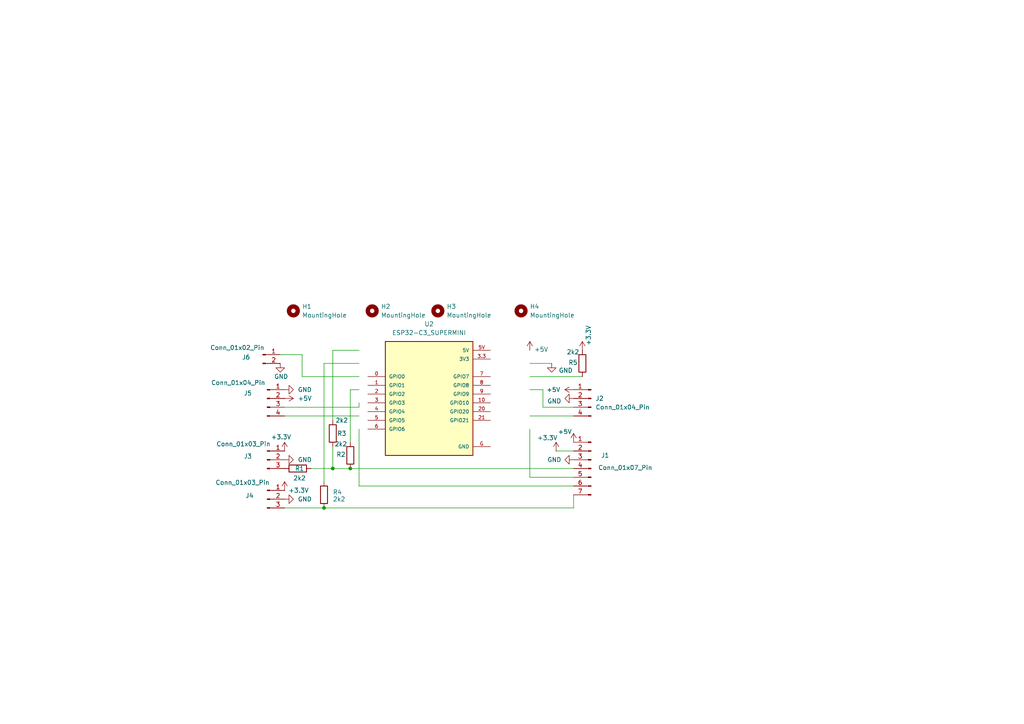
<source format=kicad_sch>
(kicad_sch (version 20231120) (generator "eeschema") (generator_version "8.0")
  (paper "A4")
  (lib_symbols
    (symbol "Connector:Conn_01x02_Pin" (pin_names (offset 1.016) hide)
      (property "Reference" "J" (at 0 2.54 0))
      (property "Value" "Conn_01x02_Pin" (at 0 -5.08 0))
      (symbol "Conn_01x02_Pin_1_1"
        (polyline (pts (xy 1.27 -2.54) (xy 0.8636 -2.54)) (stroke (width 0.1524)))
        (polyline (pts (xy 1.27 0) (xy 0.8636 0)) (stroke (width 0.1524)))
        (rectangle (start 0.8636 -2.413) (end 0 -2.667) (stroke (width 0.1524)) (fill (type outline)))
        (rectangle (start 0.8636 0.127) (end 0 -0.127) (stroke (width 0.1524)) (fill (type outline)))
        (pin passive line (at 5.08 0 180) (length 3.81) (name "Pin_1") (number "1"))
        (pin passive line (at 5.08 -2.54 180) (length 3.81) (name "Pin_2") (number "2"))
      )
    )
    (symbol "Connector:Conn_01x03_Pin" (pin_names (offset 1.016) hide)
      (property "Reference" "J" (at 0 5.08 0))
      (property "Value" "Conn_01x03_Pin" (at 0 -5.08 0))
      (symbol "Conn_01x03_Pin_1_1"
        (polyline (pts (xy 1.27 -2.54) (xy 0.8636 -2.54)) (stroke (width 0.1524)))
        (polyline (pts (xy 1.27 0) (xy 0.8636 0)) (stroke (width 0.1524)))
        (polyline (pts (xy 1.27 2.54) (xy 0.8636 2.54)) (stroke (width 0.1524)))
        (rectangle (start 0.8636 -2.413) (end 0 -2.667) (stroke (width 0.1524)) (fill (type outline)))
        (rectangle (start 0.8636 0.127) (end 0 -0.127) (stroke (width 0.1524)) (fill (type outline)))
        (rectangle (start 0.8636 2.667) (end 0 2.413) (stroke (width 0.1524)) (fill (type outline)))
        (pin passive line (at 5.08 2.54 180) (length 3.81) (name "Pin_1") (number "1"))
        (pin passive line (at 5.08 0 180) (length 3.81) (name "Pin_2") (number "2"))
        (pin passive line (at 5.08 -2.54 180) (length 3.81) (name "Pin_3") (number "3"))
      )
    )
    (symbol "Connector:Conn_01x04_Pin" (pin_names (offset 1.016) hide)
      (property "Reference" "J" (at 0 5.08 0))
      (property "Value" "Conn_01x04_Pin" (at 0 -7.62 0))
      (symbol "Conn_01x04_Pin_1_1"
        (polyline (pts (xy 1.27 -5.08) (xy 0.8636 -5.08)) (stroke (width 0.1524)))
        (polyline (pts (xy 1.27 -2.54) (xy 0.8636 -2.54)) (stroke (width 0.1524)))
        (polyline (pts (xy 1.27 0) (xy 0.8636 0)) (stroke (width 0.1524)))
        (polyline (pts (xy 1.27 2.54) (xy 0.8636 2.54)) (stroke (width 0.1524)))
        (rectangle (start 0.8636 -4.953) (end 0 -5.207) (stroke (width 0.1524)) (fill (type outline)))
        (rectangle (start 0.8636 -2.413) (end 0 -2.667) (stroke (width 0.1524)) (fill (type outline)))
        (rectangle (start 0.8636 0.127) (end 0 -0.127) (stroke (width 0.1524)) (fill (type outline)))
        (rectangle (start 0.8636 2.667) (end 0 2.413) (stroke (width 0.1524)) (fill (type outline)))
        (pin passive line (at 5.08 2.54 180) (length 3.81) (name "Pin_1") (number "1"))
        (pin passive line (at 5.08 0 180) (length 3.81) (name "Pin_2") (number "2"))
        (pin passive line (at 5.08 -2.54 180) (length 3.81) (name "Pin_3") (number "3"))
        (pin passive line (at 5.08 -5.08 180) (length 3.81) (name "Pin_4") (number "4"))
      )
    )
    (symbol "Connector:Conn_01x07_Pin" (pin_names (offset 1.016) hide)
      (property "Reference" "J" (at 0 10.16 0))
      (property "Value" "Conn_01x07_Pin" (at 0 -10.16 0))
      (symbol "Conn_01x07_Pin_1_1"
        (polyline (pts (xy 1.27 -7.62) (xy 0.8636 -7.62)) (stroke (width 0.1524)))
        (polyline (pts (xy 1.27 -5.08) (xy 0.8636 -5.08)) (stroke (width 0.1524)))
        (polyline (pts (xy 1.27 -2.54) (xy 0.8636 -2.54)) (stroke (width 0.1524)))
        (polyline (pts (xy 1.27 0) (xy 0.8636 0)) (stroke (width 0.1524)))
        (polyline (pts (xy 1.27 2.54) (xy 0.8636 2.54)) (stroke (width 0.1524)))
        (polyline (pts (xy 1.27 5.08) (xy 0.8636 5.08)) (stroke (width 0.1524)))
        (polyline (pts (xy 1.27 7.62) (xy 0.8636 7.62)) (stroke (width 0.1524)))
        (rectangle (start 0.8636 -7.493) (end 0 -7.747) (stroke (width 0.1524)) (fill (type outline)))
        (rectangle (start 0.8636 -4.953) (end 0 -5.207) (stroke (width 0.1524)) (fill (type outline)))
        (rectangle (start 0.8636 -2.413) (end 0 -2.667) (stroke (width 0.1524)) (fill (type outline)))
        (rectangle (start 0.8636 0.127) (end 0 -0.127) (stroke (width 0.1524)) (fill (type outline)))
        (rectangle (start 0.8636 2.667) (end 0 2.413) (stroke (width 0.1524)) (fill (type outline)))
        (rectangle (start 0.8636 5.207) (end 0 4.953) (stroke (width 0.1524)) (fill (type outline)))
        (rectangle (start 0.8636 7.747) (end 0 7.493) (stroke (width 0.1524)) (fill (type outline)))
        (pin passive line (at 5.08 7.62 180) (length 3.81) (name "Pin_1") (number "1"))
        (pin passive line (at 5.08 5.08 180) (length 3.81) (name "Pin_2") (number "2"))
        (pin passive line (at 5.08 2.54 180) (length 3.81) (name "Pin_3") (number "3"))
        (pin passive line (at 5.08 0 180) (length 3.81) (name "Pin_4") (number "4"))
        (pin passive line (at 5.08 -2.54 180) (length 3.81) (name "Pin_5") (number "5"))
        (pin passive line (at 5.08 -5.08 180) (length 3.81) (name "Pin_6") (number "6"))
        (pin passive line (at 5.08 -7.62 180) (length 3.81) (name "Pin_7") (number "7"))
      )
    )
    (symbol "Device:R" (pin_numbers hide) (pin_names (offset 0))
      (property "Reference" "R" (at 2.032 0 90))
      (property "Value" "R" (at 0 0 90))
      (symbol "R_0_1"
        (rectangle (start -1.016 -2.54) (end 1.016 2.54) (stroke (width 0.254)))
      )
      (symbol "R_1_1"
        (pin passive line (at 0 3.81 270) (length 1.27) (name "~") (number "1"))
        (pin passive line (at 0 -3.81 90) (length 1.27) (name "~") (number "2"))
      )
    )
    (symbol "ESP32-C3_SUPERMINI:ESP32-C3_SUPERMINI" (pin_names (offset 1.016))
      (property "Reference" "U" (at -12.7 16.002 0))
      (property "Value" "ESP32-C3_SUPERMINI" (at -12.7 -20.32 0))
      (symbol "ESP32-C3_SUPERMINI_0_0"
        (rectangle (start -12.7 -17.78) (end 12.7 15.24) (stroke (width 0.254)) (fill (type background)))
        (pin bidirectional line (at -17.78 5.08 0) (length 5.08) (name "GPIO0") (number "0"))
        (pin bidirectional line (at -17.78 2.54 0) (length 5.08) (name "GPIO1") (number "1"))
        (pin bidirectional line (at 17.78 -2.54 180) (length 5.08) (name "GPIO10") (number "10"))
        (pin bidirectional line (at -17.78 0 0) (length 5.08) (name "GPIO2") (number "2"))
        (pin bidirectional line (at 17.78 -5.08 180) (length 5.08) (name "GPIO20") (number "20"))
        (pin bidirectional line (at 17.78 -7.62 180) (length 5.08) (name "GPIO21") (number "21"))
        (pin bidirectional line (at -17.78 -2.54 0) (length 5.08) (name "GPIO3") (number "3"))
        (pin power_in line (at 17.78 10.16 180) (length 5.08) (name "3V3") (number "3.3"))
        (pin bidirectional line (at -17.78 -5.08 0) (length 5.08) (name "GPIO4") (number "4"))
        (pin bidirectional line (at -17.78 -7.62 0) (length 5.08) (name "GPIO5") (number "5"))
        (pin power_in line (at 17.78 12.7 180) (length 5.08) (name "5V") (number "5V"))
        (pin bidirectional line (at -17.78 -10.16 0) (length 5.08) (name "GPIO6") (number "6"))
        (pin bidirectional line (at 17.78 5.08 180) (length 5.08) (name "GPIO7") (number "7"))
        (pin bidirectional line (at 17.78 2.54 180) (length 5.08) (name "GPIO8") (number "8"))
        (pin bidirectional line (at 17.78 0 180) (length 5.08) (name "GPIO9") (number "9"))
        (pin power_in line (at 17.78 -15.24 180) (length 5.08) (name "GND") (number "G"))
      )
    )
    (symbol "Mechanical:MountingHole" (pin_names (offset 1.016)) (exclude_from_sim yes) (in_bom no)
      (property "Reference" "H" (at 0 5.08 0))
      (property "Value" "MountingHole" (at 0 3.175 0))
      (symbol "MountingHole_0_1"
        (circle (center 0 0) (radius 1.27) (stroke (width 1.27)))
      )
    )
    (symbol "power:+3.3V" (power) (pin_numbers hide) (pin_names (offset 0) hide)
      (property "Value" "+3.3V" (at 0 3.556 0))
      (symbol "+3.3V_0_1"
        (polyline (pts (xy -0.762 1.27) (xy 0 2.54)))
        (polyline (pts (xy 0 0) (xy 0 2.54)))
        (polyline (pts (xy 0 2.54) (xy 0.762 1.27)))
      )
      (symbol "+3.3V_1_1"
        (pin power_in line (at 0 0 90) (length 0) (name "~") (number "1"))
      )
    )
    (symbol "power:+5V" (power) (pin_numbers hide) (pin_names (offset 0) hide)
      (property "Value" "+5V" (at 0 3.556 0))
      (symbol "+5V_0_1"
        (polyline (pts (xy -0.762 1.27) (xy 0 2.54)))
        (polyline (pts (xy 0 0) (xy 0 2.54)))
        (polyline (pts (xy 0 2.54) (xy 0.762 1.27)))
      )
      (symbol "+5V_1_1"
        (pin power_in line (at 0 0 90) (length 0) (name "~") (number "1"))
      )
    )
    (symbol "power:GND" (power) (pin_numbers hide) (pin_names (offset 0) hide)
      (property "Value" "GND" (at 0 -3.81 0))
      (symbol "GND_0_1"
        (polyline (pts (xy 0 0) (xy 0 -1.27) (xy 1.27 -1.27) (xy 0 -2.54) (xy -1.27 -1.27) (xy 0 -1.27)))
      )
      (symbol "GND_1_1"
        (pin power_in line (at 0 0 270) (length 0) (name "~") (number "1"))
      )
    )
  )
  (junction (at 101.6 135.89))
  (junction (at 93.98 147.32))
  (junction (at 96.52 135.89))
  (wire (pts (xy 161.29 130.81) (xy 166.37 130.81)))
  (wire (pts (xy 82.55 147.32) (xy 93.98 147.32)))
  (wire (pts (xy 153.67 113.03) (xy 157.48 113.03)))
  (wire (pts (xy 153.67 109.22) (xy 168.91 109.22)))
  (wire (pts (xy 87.63 109.22) (xy 104.14 109.22)))
  (wire (pts (xy 153.67 138.43) (xy 166.37 138.43)))
  (wire (pts (xy 160.02 105.41) (xy 153.67 105.41)))
  (wire (pts (xy 101.6 135.89) (xy 166.37 135.89)))
  (wire (pts (xy 101.6 128.27) (xy 101.6 113.03)))
  (wire (pts (xy 82.55 120.65) (xy 104.14 120.65)))
  (wire (pts (xy 81.28 102.87) (xy 87.63 102.87)))
  (wire (pts (xy 104.14 124.46) (xy 104.14 140.97)))
  (wire (pts (xy 153.67 124.46) (xy 153.67 138.43)))
  (wire (pts (xy 96.52 101.6) (xy 104.14 101.6)))
  (wire (pts (xy 93.98 139.7) (xy 93.98 105.41)))
  (wire (pts (xy 96.52 135.89) (xy 101.6 135.89)))
  (wire (pts (xy 96.52 129.54) (xy 96.52 135.89)))
  (wire (pts (xy 93.98 147.32) (xy 166.37 147.32)))
  (wire (pts (xy 166.37 147.32) (xy 166.37 143.51)))
  (wire (pts (xy 87.63 102.87) (xy 87.63 109.22)))
  (wire (pts (xy 157.48 118.11) (xy 166.37 118.11)))
  (wire (pts (xy 96.52 121.92) (xy 96.52 101.6)))
  (wire (pts (xy 157.48 113.03) (xy 157.48 118.11)))
  (wire (pts (xy 104.14 140.97) (xy 166.37 140.97)))
  (wire (pts (xy 104.14 118.11) (xy 104.14 116.84)))
  (wire (pts (xy 101.6 113.03) (xy 104.14 113.03)))
  (wire (pts (xy 90.17 135.89) (xy 96.52 135.89)))
  (wire (pts (xy 93.98 105.41) (xy 104.14 105.41)))
  (wire (pts (xy 82.55 118.11) (xy 104.14 118.11)))
  (wire (pts (xy 153.67 120.65) (xy 166.37 120.65)))
  (symbol (lib_id "Mechanical:MountingHole") (at 107.95 90.17 0) (unit 1) (exclude_from_sim yes) (in_bom no)
    (property "Reference" "H2" (at 110.49 88.8999 0) (effects (justify left)))
    (property "Value" "MountingHole" (at 110.49 91.4399 0) (effects (justify left)))
    (property "Footprint" "MountingHole:MountingHole_2.2mm_M2" (effects (hide yes)))
    (property "Description" "Mounting Hole without connection" (effects (hide yes)))
  )
  (symbol (lib_id "ESP32-C3_SUPERMINI:ESP32-C3_SUPERMINI") (at 124.46 114.3 0) (unit 1)
    (property "Reference" "U2" (at 124.46 93.98 0))
    (property "Value" "ESP32-C3_SUPERMINI" (at 124.46 96.52 0))
    (property "Footprint" "ESP32-C3_SUPERMINI:MODULE_ESP32-C3_SUPERMINI" (effects (hide yes)))
    (property "MF" "Espressif Systems" (effects (hide yes)))
    (property "MAXIMUM_PACKAGE_HEIGHT" "4.2mm" (effects (hide yes)))
    (property "Package" "Package" (effects (hide yes)))
    (property "Price" "None" (effects (hide yes)))
    (property "Check_prices" "https://www.snapeda.com/parts/ESP32-C3%20SuperMini/Espressif+Systems/view-part/?ref=eda" (effects (hide yes)))
    (property "STANDARD" "Manufacturer Recommendations" (effects (hide yes)))
    (property "SnapEDA_Link" "https://www.snapeda.com/parts/ESP32-C3%20SuperMini/Espressif+Systems/view-part/?ref=snap" (effects (hide yes)))
    (property "MP" "ESP32-C3 SuperMini" (effects (hide yes)))
    (property "Description_1" "\nSuper tiny ESP32-C3 board\n" (effects (hide yes)))
    (property "Availability" "Not in stock" (effects (hide yes)))
    (property "MANUFACTURER" "Espressif" (effects (hide yes)))
  )
  (symbol (lib_id "power:GND") (at 82.55 113.03 90) (unit 1)
    (property "Reference" "#PWR011" (effects (hide yes)))
    (property "Value" "GND" (at 86.36 113.0299 90) (effects (justify right)))
    (property "Description" "Power symbol creates a global label with name \"GND\" , ground" (effects (hide yes)))
  )
  (symbol (lib_id "power:GND") (at 166.37 133.35 270) (unit 1)
    (property "Reference" "#PWR02" (effects (hide yes)))
    (property "Value" "GND" (at 160.782 133.35 90))
    (property "Description" "Power symbol creates a global label with name \"GND\" , ground" (effects (hide yes)))
  )
  (symbol (lib_id "Device:R") (at 168.91 105.41 0) (unit 1)
    (property "Reference" "R5" (at 164.846 105.156 0) (effects (justify left)))
    (property "Value" "2k2" (at 164.338 102.108 0) (effects (justify left)))
    (property "Footprint" "Resistor_THT:R_Axial_DIN0207_L6.3mm_D2.5mm_P10.16mm_Horizontal" (effects (hide yes)))
    (property "Description" "Resistor" (effects (hide yes)))
  )
  (symbol (lib_id "Connector:Conn_01x02_Pin") (at 76.2 102.87 0) (unit 1)
    (property "Reference" "J6" (at 71.374 103.632 0))
    (property "Value" "Conn_01x02_Pin" (at 68.834 100.838 0))
    (property "Footprint" "Connector_JST:JST_EH_B2B-EH-A_1x02_P2.50mm_Vertical" (effects (hide yes)))
    (property "Description" "Generic connector, single row, 01x02, script generated" (effects (hide yes)))
  )
  (symbol (lib_id "Connector:Conn_01x07_Pin") (at 171.45 135.89 0) (mirror y) (unit 1)
    (property "Reference" "J1" (at 175.514 132.08 0))
    (property "Value" "Conn_01x07_Pin" (at 181.356 135.636 0))
    (property "Footprint" "Connector_JST:JST_EH_B7B-EH-A_1x07_P2.50mm_Vertical" (effects (hide yes)))
    (property "Description" "Generic connector, single row, 01x07, script generated" (effects (hide yes)))
  )
  (symbol (lib_id "Device:R") (at 101.6 132.08 0) (unit 1)
    (property "Reference" "R2" (at 97.536 131.826 0) (effects (justify left)))
    (property "Value" "2k2" (at 97.028 128.778 0) (effects (justify left)))
    (property "Footprint" "Resistor_THT:R_Axial_DIN0207_L6.3mm_D2.5mm_P10.16mm_Horizontal" (effects (hide yes)))
    (property "Description" "Resistor" (effects (hide yes)))
  )
  (symbol (lib_id "power:+5V") (at 153.67 101.6 0) (unit 1)
    (property "Reference" "#PWR09" (effects (hide yes)))
    (property "Value" "+5V" (at 156.972 101.346 0))
    (property "Description" "Power symbol creates a global label with name \"+5V\"" (effects (hide yes)))
  )
  (symbol (lib_id "power:+3.3V") (at 168.91 101.6 0) (unit 1)
    (property "Reference" "#PWR015" (effects (hide yes)))
    (property "Value" "+3.3V" (at 170.688 97.282 90))
    (property "Description" "Power symbol creates a global label with name \"+3.3V\"" (effects (hide yes)))
  )
  (symbol (lib_id "power:GND") (at 82.55 133.35 90) (unit 1)
    (property "Reference" "#PWR03" (effects (hide yes)))
    (property "Value" "GND" (at 86.36 133.3499 90) (effects (justify right)))
    (property "Description" "Power symbol creates a global label with name \"GND\" , ground" (effects (hide yes)))
  )
  (symbol (lib_id "power:+5V") (at 166.37 113.03 90) (unit 1)
    (property "Reference" "#PWR014" (effects (hide yes)))
    (property "Value" "+5V" (at 162.56 113.0299 90) (effects (justify left)))
    (property "Description" "Power symbol creates a global label with name \"+5V\"" (effects (hide yes)))
  )
  (symbol (lib_id "Mechanical:MountingHole") (at 151.13 90.17 0) (unit 1) (exclude_from_sim yes) (in_bom no)
    (property "Reference" "H4" (at 153.67 88.8999 0) (effects (justify left)))
    (property "Value" "MountingHole" (at 153.67 91.4399 0) (effects (justify left)))
    (property "Footprint" "MountingHole:MountingHole_2.2mm_M2" (effects (hide yes)))
    (property "Description" "Mounting Hole without connection" (effects (hide yes)))
  )
  (symbol (lib_id "power:+5V") (at 166.37 128.27 0) (unit 1)
    (property "Reference" "#PWR010" (effects (hide yes)))
    (property "Value" "+5V" (at 163.83 125.222 0))
    (property "Description" "Power symbol creates a global label with name \"+5V\"" (effects (hide yes)))
  )
  (symbol (lib_id "power:GND") (at 82.55 144.78 90) (unit 1)
    (property "Reference" "#PWR04" (effects (hide yes)))
    (property "Value" "GND" (at 86.36 144.7799 90) (effects (justify right)))
    (property "Description" "Power symbol creates a global label with name \"GND\" , ground" (effects (hide yes)))
  )
  (symbol (lib_id "power:GND") (at 160.02 105.41 0) (unit 1)
    (property "Reference" "#PWR01" (effects (hide yes)))
    (property "Value" "GND" (at 164.084 107.442 0))
    (property "Description" "Power symbol creates a global label with name \"GND\" , ground" (effects (hide yes)))
  )
  (symbol (lib_id "Mechanical:MountingHole") (at 85.09 90.17 0) (unit 1) (exclude_from_sim yes) (in_bom no)
    (property "Reference" "H1" (at 87.63 88.8999 0) (effects (justify left)))
    (property "Value" "MountingHole" (at 87.63 91.4399 0) (effects (justify left)))
    (property "Footprint" "MountingHole:MountingHole_2.2mm_M2" (effects (hide yes)))
    (property "Description" "Mounting Hole without connection" (effects (hide yes)))
  )
  (symbol (lib_id "Device:R") (at 86.36 135.89 90) (unit 1)
    (property "Reference" "R1" (at 86.868 135.89 90))
    (property "Value" "2k2" (at 86.868 138.684 90))
    (property "Footprint" "Resistor_THT:R_Axial_DIN0207_L6.3mm_D2.5mm_P10.16mm_Horizontal" (effects (hide yes)))
    (property "Description" "Resistor" (effects (hide yes)))
  )
  (symbol (lib_id "Device:R") (at 96.52 125.73 0) (unit 1)
    (property "Reference" "R3" (at 97.79 125.73 0) (effects (justify left)))
    (property "Value" "2k2" (at 97.282 121.92 0) (effects (justify left)))
    (property "Footprint" "Resistor_THT:R_Axial_DIN0207_L6.3mm_D2.5mm_P10.16mm_Horizontal" (effects (hide yes)))
    (property "Description" "Resistor" (effects (hide yes)))
  )
  (symbol (lib_id "power:+5V") (at 82.55 115.57 270) (unit 1)
    (property "Reference" "#PWR012" (effects (hide yes)))
    (property "Value" "+5V" (at 86.36 115.5699 90) (effects (justify left)))
    (property "Description" "Power symbol creates a global label with name \"+5V\"" (effects (hide yes)))
  )
  (symbol (lib_id "Connector:Conn_01x03_Pin") (at 77.47 144.78 0) (unit 1)
    (property "Reference" "J4" (at 72.39 143.764 0))
    (property "Value" "Conn_01x03_Pin" (at 70.358 139.954 0))
    (property "Footprint" "Connector_JST:JST_EH_B3B-EH-A_1x03_P2.50mm_Vertical" (effects (hide yes)))
    (property "Description" "Generic connector, single row, 01x03, script generated" (effects (hide yes)))
  )
  (symbol (lib_id "power:+3.3V") (at 161.29 130.81 0) (unit 1)
    (property "Reference" "#PWR06" (effects (hide yes)))
    (property "Value" "+3.3V" (at 158.75 127 0))
    (property "Description" "Power symbol creates a global label with name \"+3.3V\"" (effects (hide yes)))
  )
  (symbol (lib_id "Connector:Conn_01x04_Pin") (at 171.45 115.57 0) (mirror y) (unit 1)
    (property "Reference" "J2" (at 172.72 115.5699 0) (effects (justify right)))
    (property "Value" "Conn_01x04_Pin" (at 172.72 118.1099 0) (effects (justify right)))
    (property "Footprint" "Connector_JST:JST_EH_B4B-EH-A_1x04_P2.50mm_Vertical" (effects (hide yes)))
    (property "Description" "Generic connector, single row, 01x04, script generated" (effects (hide yes)))
  )
  (symbol (lib_id "Device:R") (at 93.98 143.51 0) (unit 1)
    (property "Reference" "R4" (at 96.52 142.748 0) (effects (justify left)))
    (property "Value" "2k2" (at 96.52 144.7799 0) (effects (justify left)))
    (property "Footprint" "Resistor_THT:R_Axial_DIN0207_L6.3mm_D2.5mm_P10.16mm_Horizontal" (effects (hide yes)))
    (property "Description" "Resistor" (effects (hide yes)))
  )
  (symbol (lib_id "Connector:Conn_01x03_Pin") (at 77.47 133.35 0) (unit 1)
    (property "Reference" "J3" (at 71.882 132.334 0))
    (property "Value" "Conn_01x03_Pin" (at 70.612 128.778 0))
    (property "Footprint" "Connector_JST:JST_EH_B3B-EH-A_1x03_P2.50mm_Vertical" (effects (hide yes)))
    (property "Description" "Generic connector, single row, 01x03, script generated" (effects (hide yes)))
  )
  (symbol (lib_id "power:GND") (at 81.28 105.41 0) (unit 1)
    (property "Reference" "#PWR013" (effects (hide yes)))
    (property "Value" "GND" (at 81.534 109.22 0))
    (property "Description" "Power symbol creates a global label with name \"GND\" , ground" (effects (hide yes)))
  )
  (symbol (lib_id "power:GND") (at 166.37 115.57 270) (unit 1)
    (property "Reference" "#PWR05" (effects (hide yes)))
    (property "Value" "GND" (at 162.814 116.332 90) (effects (justify right)))
    (property "Description" "Power symbol creates a global label with name \"GND\" , ground" (effects (hide yes)))
  )
  (symbol (lib_id "power:+3.3V") (at 82.55 142.24 0) (unit 1)
    (property "Reference" "#PWR08" (effects (hide yes)))
    (property "Value" "+3.3V" (at 86.614 142.24 0))
    (property "Description" "Power symbol creates a global label with name \"+3.3V\"" (effects (hide yes)))
  )
  (symbol (lib_id "Connector:Conn_01x04_Pin") (at 77.47 115.57 0) (unit 1)
    (property "Reference" "J5" (at 71.882 114.046 0))
    (property "Value" "Conn_01x04_Pin" (at 69.088 110.998 0))
    (property "Footprint" "Connector_JST:JST_EH_B4B-EH-A_1x04_P2.50mm_Vertical" (effects (hide yes)))
    (property "Description" "Generic connector, single row, 01x04, script generated" (effects (hide yes)))
  )
  (symbol (lib_id "Mechanical:MountingHole") (at 127 90.17 0) (unit 1) (exclude_from_sim yes) (in_bom no)
    (property "Reference" "H3" (at 129.54 88.8999 0) (effects (justify left)))
    (property "Value" "MountingHole" (at 129.54 91.4399 0) (effects (justify left)))
    (property "Footprint" "MountingHole:MountingHole_2.2mm_M2" (effects (hide yes)))
    (property "Description" "Mounting Hole without connection" (effects (hide yes)))
  )
  (symbol (lib_id "power:+3.3V") (at 82.55 130.81 0) (unit 1)
    (property "Reference" "#PWR07" (effects (hide yes)))
    (property "Value" "+3.3V" (at 81.534 126.746 0))
    (property "Description" "Power symbol creates a global label with name \"+3.3V\"" (effects (hide yes)))
  )
)
</source>
